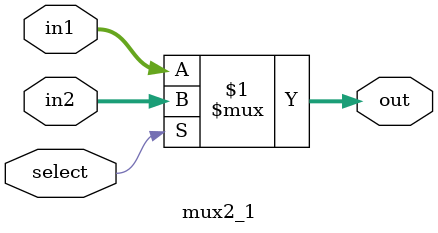
<source format=sv>
module mux2_1(
    input logic [31:0]  in1,
    input logic [31:0]  in2,
    input logic         select,
    output logic [31:0] out
);

    assign out = select ? in2 : in1;

endmodule
</source>
